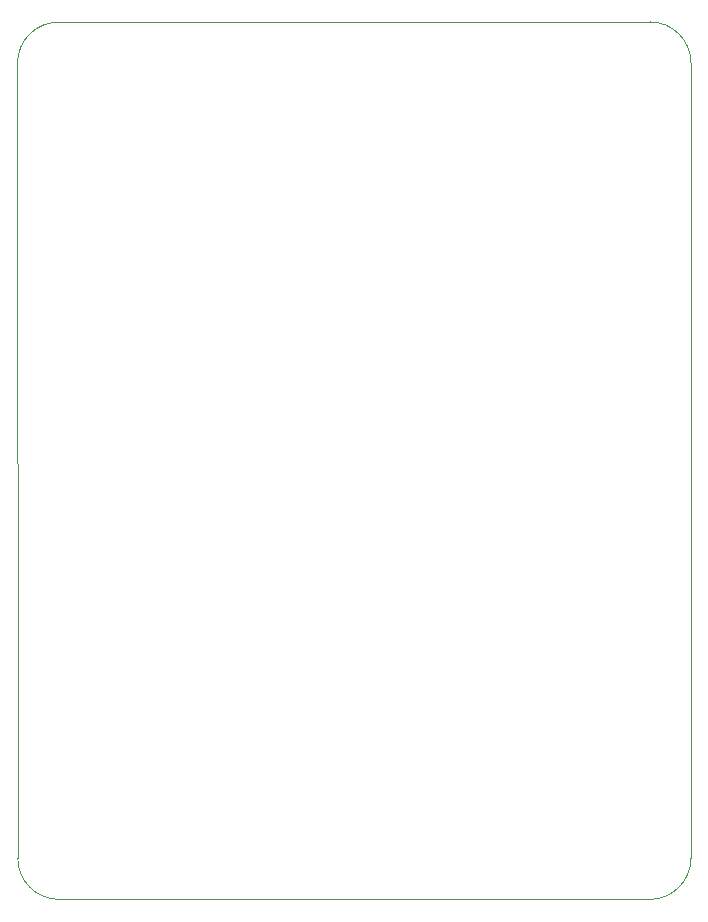
<source format=gbr>
%TF.GenerationSoftware,KiCad,Pcbnew,(5.99.0-10089-gf88d39b4f0)*%
%TF.CreationDate,2021-04-25T16:59:05+01:00*%
%TF.ProjectId,CM4,434d342e-6b69-4636-9164-5f7063625858,v01*%
%TF.SameCoordinates,Original*%
%TF.FileFunction,Profile,NP*%
%FSLAX46Y46*%
G04 Gerber Fmt 4.6, Leading zero omitted, Abs format (unit mm)*
G04 Created by KiCad (PCBNEW (5.99.0-10089-gf88d39b4f0)) date 2021-04-25 16:59:05*
%MOMM*%
%LPD*%
G01*
G04 APERTURE LIST*
%TA.AperFunction,Profile*%
%ADD10C,0.100000*%
%TD*%
G04 APERTURE END LIST*
D10*
X126500000Y-122300000D02*
G75*
G02*
X123000000Y-118800000I0J3500000D01*
G01*
X126500000Y-122300000D02*
X176500000Y-122300000D01*
X122974873Y-51500000D02*
X123000000Y-118800000D01*
X180000000Y-118800000D02*
X180000000Y-51500000D01*
X176525126Y-48000000D02*
X126600000Y-48025126D01*
X122974873Y-51500000D02*
G75*
G02*
X126600000Y-48025126I3477988J0D01*
G01*
X180000000Y-118800000D02*
G75*
G02*
X176500000Y-122300000I-3500000J0D01*
G01*
X176525126Y-48000000D02*
G75*
G02*
X180000000Y-51500000I0J-3474964D01*
G01*
M02*

</source>
